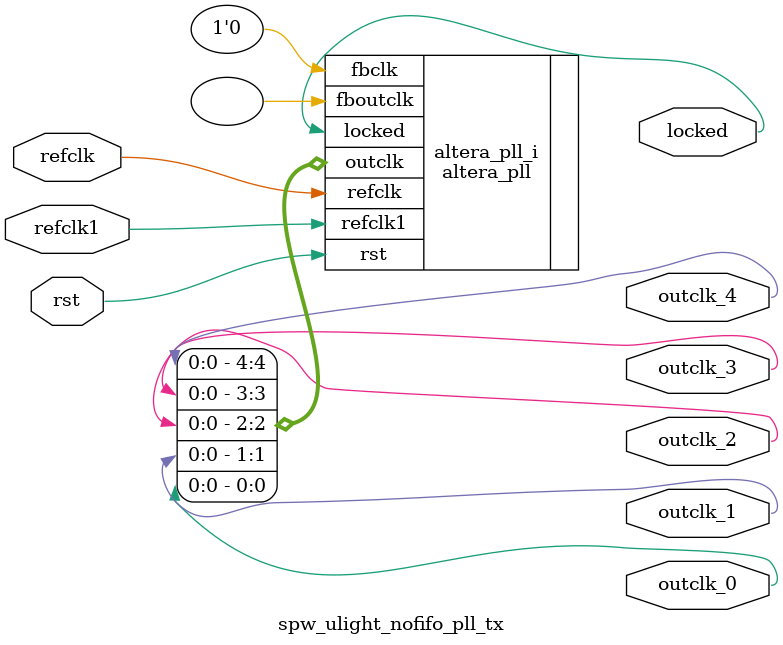
<source format=v>
`timescale 1ns/10ps
module  spw_ulight_nofifo_pll_tx(

	// interface 'refclk'
	input wire refclk,

	// interface 'reset'
	input wire rst,

	// interface 'outclk0'
	output wire outclk_0,

	// interface 'outclk1'
	output wire outclk_1,

	// interface 'outclk2'
	output wire outclk_2,

	// interface 'outclk3'
	output wire outclk_3,

	// interface 'outclk4'
	output wire outclk_4,

	// interface 'locked'
	output wire locked,

	// interface 'refclk1'
	input wire refclk1
);

	altera_pll #(
		.fractional_vco_multiplier("false"),
		.reference_clock_frequency("100.0 MHz"),
		.pll_fractional_cout(32),
		.pll_dsm_out_sel("1st_order"),
		.operation_mode("direct"),
		.number_of_clocks(5),
		.output_clock_frequency0("5.000000 MHz"),
		.phase_shift0("0 ps"),
		.duty_cycle0(50),
		.output_clock_frequency1("10.000000 MHz"),
		.phase_shift1("0 ps"),
		.duty_cycle1(50),
		.output_clock_frequency2("50.000000 MHz"),
		.phase_shift2("0 ps"),
		.duty_cycle2(50),
		.output_clock_frequency3("100.000000 MHz"),
		.phase_shift3("0 ps"),
		.duty_cycle3(50),
		.output_clock_frequency4("200.000000 MHz"),
		.phase_shift4("0 ps"),
		.duty_cycle4(50),
		.output_clock_frequency5("0 MHz"),
		.phase_shift5("0 ps"),
		.duty_cycle5(50),
		.output_clock_frequency6("0 MHz"),
		.phase_shift6("0 ps"),
		.duty_cycle6(50),
		.output_clock_frequency7("0 MHz"),
		.phase_shift7("0 ps"),
		.duty_cycle7(50),
		.output_clock_frequency8("0 MHz"),
		.phase_shift8("0 ps"),
		.duty_cycle8(50),
		.output_clock_frequency9("0 MHz"),
		.phase_shift9("0 ps"),
		.duty_cycle9(50),
		.output_clock_frequency10("0 MHz"),
		.phase_shift10("0 ps"),
		.duty_cycle10(50),
		.output_clock_frequency11("0 MHz"),
		.phase_shift11("0 ps"),
		.duty_cycle11(50),
		.output_clock_frequency12("0 MHz"),
		.phase_shift12("0 ps"),
		.duty_cycle12(50),
		.output_clock_frequency13("0 MHz"),
		.phase_shift13("0 ps"),
		.duty_cycle13(50),
		.output_clock_frequency14("0 MHz"),
		.phase_shift14("0 ps"),
		.duty_cycle14(50),
		.output_clock_frequency15("0 MHz"),
		.phase_shift15("0 ps"),
		.duty_cycle15(50),
		.output_clock_frequency16("0 MHz"),
		.phase_shift16("0 ps"),
		.duty_cycle16(50),
		.output_clock_frequency17("0 MHz"),
		.phase_shift17("0 ps"),
		.duty_cycle17(50),
		.pll_type("Cyclone V"),
		.pll_subtype("General"),
		.m_cnt_hi_div(2),
		.m_cnt_lo_div(2),
		.n_cnt_hi_div(256),
		.n_cnt_lo_div(256),
		.m_cnt_bypass_en("false"),
		.n_cnt_bypass_en("true"),
		.m_cnt_odd_div_duty_en("false"),
		.n_cnt_odd_div_duty_en("false"),
		.c_cnt_hi_div0(40),
		.c_cnt_lo_div0(40),
		.c_cnt_prst0(1),
		.c_cnt_ph_mux_prst0(0),
		.c_cnt_in_src0("ph_mux_clk"),
		.c_cnt_bypass_en0("false"),
		.c_cnt_odd_div_duty_en0("false"),
		.c_cnt_hi_div1(20),
		.c_cnt_lo_div1(20),
		.c_cnt_prst1(1),
		.c_cnt_ph_mux_prst1(0),
		.c_cnt_in_src1("ph_mux_clk"),
		.c_cnt_bypass_en1("false"),
		.c_cnt_odd_div_duty_en1("false"),
		.c_cnt_hi_div2(4),
		.c_cnt_lo_div2(4),
		.c_cnt_prst2(1),
		.c_cnt_ph_mux_prst2(0),
		.c_cnt_in_src2("ph_mux_clk"),
		.c_cnt_bypass_en2("false"),
		.c_cnt_odd_div_duty_en2("false"),
		.c_cnt_hi_div3(2),
		.c_cnt_lo_div3(2),
		.c_cnt_prst3(1),
		.c_cnt_ph_mux_prst3(0),
		.c_cnt_in_src3("ph_mux_clk"),
		.c_cnt_bypass_en3("false"),
		.c_cnt_odd_div_duty_en3("false"),
		.c_cnt_hi_div4(1),
		.c_cnt_lo_div4(1),
		.c_cnt_prst4(1),
		.c_cnt_ph_mux_prst4(0),
		.c_cnt_in_src4("ph_mux_clk"),
		.c_cnt_bypass_en4("false"),
		.c_cnt_odd_div_duty_en4("false"),
		.c_cnt_hi_div5(1),
		.c_cnt_lo_div5(1),
		.c_cnt_prst5(1),
		.c_cnt_ph_mux_prst5(0),
		.c_cnt_in_src5("ph_mux_clk"),
		.c_cnt_bypass_en5("true"),
		.c_cnt_odd_div_duty_en5("false"),
		.c_cnt_hi_div6(1),
		.c_cnt_lo_div6(1),
		.c_cnt_prst6(1),
		.c_cnt_ph_mux_prst6(0),
		.c_cnt_in_src6("ph_mux_clk"),
		.c_cnt_bypass_en6("true"),
		.c_cnt_odd_div_duty_en6("false"),
		.c_cnt_hi_div7(1),
		.c_cnt_lo_div7(1),
		.c_cnt_prst7(1),
		.c_cnt_ph_mux_prst7(0),
		.c_cnt_in_src7("ph_mux_clk"),
		.c_cnt_bypass_en7("true"),
		.c_cnt_odd_div_duty_en7("false"),
		.c_cnt_hi_div8(1),
		.c_cnt_lo_div8(1),
		.c_cnt_prst8(1),
		.c_cnt_ph_mux_prst8(0),
		.c_cnt_in_src8("ph_mux_clk"),
		.c_cnt_bypass_en8("true"),
		.c_cnt_odd_div_duty_en8("false"),
		.c_cnt_hi_div9(1),
		.c_cnt_lo_div9(1),
		.c_cnt_prst9(1),
		.c_cnt_ph_mux_prst9(0),
		.c_cnt_in_src9("ph_mux_clk"),
		.c_cnt_bypass_en9("true"),
		.c_cnt_odd_div_duty_en9("false"),
		.c_cnt_hi_div10(1),
		.c_cnt_lo_div10(1),
		.c_cnt_prst10(1),
		.c_cnt_ph_mux_prst10(0),
		.c_cnt_in_src10("ph_mux_clk"),
		.c_cnt_bypass_en10("true"),
		.c_cnt_odd_div_duty_en10("false"),
		.c_cnt_hi_div11(1),
		.c_cnt_lo_div11(1),
		.c_cnt_prst11(1),
		.c_cnt_ph_mux_prst11(0),
		.c_cnt_in_src11("ph_mux_clk"),
		.c_cnt_bypass_en11("true"),
		.c_cnt_odd_div_duty_en11("false"),
		.c_cnt_hi_div12(1),
		.c_cnt_lo_div12(1),
		.c_cnt_prst12(1),
		.c_cnt_ph_mux_prst12(0),
		.c_cnt_in_src12("ph_mux_clk"),
		.c_cnt_bypass_en12("true"),
		.c_cnt_odd_div_duty_en12("false"),
		.c_cnt_hi_div13(1),
		.c_cnt_lo_div13(1),
		.c_cnt_prst13(1),
		.c_cnt_ph_mux_prst13(0),
		.c_cnt_in_src13("ph_mux_clk"),
		.c_cnt_bypass_en13("true"),
		.c_cnt_odd_div_duty_en13("false"),
		.c_cnt_hi_div14(1),
		.c_cnt_lo_div14(1),
		.c_cnt_prst14(1),
		.c_cnt_ph_mux_prst14(0),
		.c_cnt_in_src14("ph_mux_clk"),
		.c_cnt_bypass_en14("true"),
		.c_cnt_odd_div_duty_en14("false"),
		.c_cnt_hi_div15(1),
		.c_cnt_lo_div15(1),
		.c_cnt_prst15(1),
		.c_cnt_ph_mux_prst15(0),
		.c_cnt_in_src15("ph_mux_clk"),
		.c_cnt_bypass_en15("true"),
		.c_cnt_odd_div_duty_en15("false"),
		.c_cnt_hi_div16(1),
		.c_cnt_lo_div16(1),
		.c_cnt_prst16(1),
		.c_cnt_ph_mux_prst16(0),
		.c_cnt_in_src16("ph_mux_clk"),
		.c_cnt_bypass_en16("true"),
		.c_cnt_odd_div_duty_en16("false"),
		.c_cnt_hi_div17(1),
		.c_cnt_lo_div17(1),
		.c_cnt_prst17(1),
		.c_cnt_ph_mux_prst17(0),
		.c_cnt_in_src17("ph_mux_clk"),
		.c_cnt_bypass_en17("true"),
		.c_cnt_odd_div_duty_en17("false"),
		.pll_vco_div(2),
		.pll_cp_current(30),
		.pll_bwctrl(2000),
		.pll_output_clk_frequency("400.0 MHz"),
		.pll_fractional_division("1"),
		.mimic_fbclk_type("none"),
		.pll_fbclk_mux_1("glb"),
		.pll_fbclk_mux_2("m_cnt"),
		.pll_m_cnt_in_src("ph_mux_clk"),
		.pll_slf_rst("false"),
		.refclk1_frequency("100.0 MHz"),
		.pll_clk_loss_sw_en("true"),
		.pll_manu_clk_sw_en("false"),
		.pll_auto_clk_sw_en("true"),
		.pll_clkin_1_src("clk_1"),
		.pll_clk_sw_dly(0)
	) altera_pll_i (
		.refclk1	(refclk1),
		.rst	(rst),
		.outclk	({outclk_4, outclk_3, outclk_2, outclk_1, outclk_0}),
		.locked	(locked),
		.fboutclk	( ),
		.fbclk	(1'b0),
		.refclk	(refclk)
	);
endmodule


</source>
